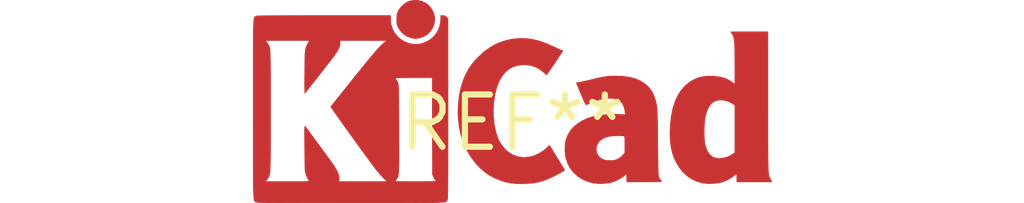
<source format=kicad_pcb>
(kicad_pcb (version 20240108) (generator pcbnew)
  (layers (0 "F.Cu" signal) (31 "B.Cu" signal) (34 "B.Paste" user) (35 "F.Paste" user) (36 "B.SilkS" user "B.Silkscreen") (37 "F.SilkS" user "F.Silkscreen") (38 "B.Mask" user) (39 "F.Mask" user) (44 "Edge.Cuts" user))
  (net 0 "")
  (footprint "KiCad-Logo_5mm_Copper" (layer "F.Cu") (at 0 0)
    (property "Reference" "REF**")
    (property "Value" "KiCad-Logo_5mm_Copper")
    (fp_poly (pts (xy -2.273043 -2.973429) (xy -2.176768 -2.949191) (xy -2.090184 -2.906359) (xy -2.015373 -2.846581) (xy -1.954418 -2.771506) (xy -1.909399 -2.68278) (xy -1.883136 -2.58647) (xy -1.877286 -2.489205) (xy -1.89214 -2.395346) (xy -1.92584 -2.307489) (xy -1.976528 -2.22823) (xy -2.042345 -2.160164) (xy -2.121434 -2.105888) (xy -2.211934 -2.067998) (xy -2.2632 -2.055574) (xy -2.307698 -2.048053) (xy -2.341999 -2.045081) (xy -2.37496 -2.046906) (xy -2.415434 -2.053775) (xy -2.448531 -2.06075) (xy -2.541947 -2.092259) (xy -2.625619 -2.143383) (xy -2.697665 -2.212571) (xy -2.7562 -2.298272) (xy -2.770148 -2.325511) (xy -2.786586 -2.361878) (xy -2.796894 -2.392418) (xy -2.80246 -2.42455) (xy -2.804669 -2.465693) (xy -2.804948 -2.511778) (xy -2.800861 -2.596135) (xy -2.787446 -2.665414) (xy -2.762256 -2.726039) (xy -2.722846 -2.784433) (xy -2.684298 -2.828698) (xy -2.612406 -2.894516) (xy -2.537313 -2.939947) (xy -2.454562 -2.96715) (xy -2.376928 -2.977424) (xy -2.273043 -2.973429)) (layer "F.Cu") (stroke (width 0.01)) (fill solid))
    (fp_poly (pts (xy 0.328429 -2.050929) (xy 0.48857 -2.029755) (xy 0.65251 -1.989615) (xy 0.822313 -1.930111) (xy 1.000043 -1.850846) (xy 1.01131 -1.845301) (xy 1.069005 -1.817275) (xy 1.120552 -1.793198) (xy 1.162191 -1.774751) (xy 1.190162 -1.763614) (xy 1.199733 -1.761067) (xy 1.21895 -1.756059) (xy 1.223561 -1.751853) (xy 1.218458 -1.74142) (xy 1.202418 -1.715132) (xy 1.177288 -1.675743) (xy 1.144914 -1.626009) (xy 1.107143 -1.568685) (xy 1.065822 -1.506524) (xy 1.022798 -1.442282) (xy 0.979917 -1.378715) (xy 0.939026 -1.318575) (xy 0.901971 -1.26462) (xy 0.8706 -1.219603) (xy 0.846759 -1.186279) (xy 0.832294 -1.167403) (xy 0.830309 -1.165213) (xy 0.820191 -1.169862) (xy 0.79785 -1.187038) (xy 0.76728 -1.21356) (xy 0.751536 -1.228036) (xy 0.655047 -1.303318) (xy 0.548336 -1.358759) (xy 0.432832 -1.393859) (xy 0.309962 -1.40812) (xy 0.240561 -1.406949) (xy 0.119423 -1.389788) (xy 0.010205 -1.353906) (xy -0.087418 -1.299041) (xy -0.173772 -1.22493) (xy -0.249185 -1.131312) (xy -0.313982 -1.017924) (xy -0.351399 -0.931333) (xy -0.395252 -0.795634) (xy -0.427572 -0.64815) (xy -0.448443 -0.492686) (xy -0.457949 -0.333044) (xy -0.456173 -0.173027) (xy -0.443197 -0.016439) (xy -0.419106 0.132918) (xy -0.383982 0.27124) (xy -0.337908 0.394724) (xy -0.321627 0.428978) (xy -0.25338 0.543064) (xy -0.172921 0.639557) (xy -0.08143 0.71767) (xy 0.019911 0.776617) (xy 0.12992 0.815612) (xy 0.247415 0.833868) (xy 0.288883 0.835211) (xy 0.410441 0.82429) (xy 0.530878 0.791474) (xy 0.648666 0.737439) (xy 0.762277 0.662865) (xy 0.853685 0.584539) (xy 0.900215 0.540008) (xy 1.081483 0.837271) (xy 1.12658 0.911433) (xy 1.167819 0.979646) (xy 1.203735 1.039459) (xy 1.232866 1.08842) (xy 1.25375 1.124079) (xy 1.264924 1.143984) (xy 1.266375 1.147079) (xy 1.258146 1.156718) (xy 1.232567 1.173999) (xy 1.192873 1.197283) (xy 1.142297 1.224934) (xy 1.084074 1.255315) (xy 1.021437 1.28679) (xy 0.957621 1.317722) (xy 0.89586 1.346473) (xy 0.839388 1.371408) (xy 0.791438 1.390889) (xy 0.767986 1.399318) (xy 0.634221 1.437133) (xy 0.496327 1.462136) (xy 0.348622 1.47514) (xy 0.221833 1.477468) (xy 0.153878 1.476373) (xy 0.088277 1.474275) (xy 0.030847 1.471434) (xy -0.012597 1.468106) (xy -0.026702 1.466422) (xy -0.165716 1.437587) (xy -0.307243 1.392468) (xy -0.444725 1.33375) (xy -0.571606 1.26412) (xy -0.649111 1.211441) (xy -0.776519 1.103239) (xy -0.894822 0.976671) (xy -1.001828 0.834866) (xy -1.095348 0.680951) (xy -1.17319 0.518053) (xy -1.217044 0.400756) (xy -1.267292 0.217128) (xy -1.300791 0.022581) (xy -1.317551 -0.178675) (xy -1.317584 -0.382432) (xy -1.300899 -0.584479) (xy -1.267507 -0.780608) (xy -1.21742 -0.966609) (xy -1.213603 -0.978197) (xy -1.150719 -1.14025) (xy -1.073972 -1.288168) (xy -0.980758 -1.426135) (xy -0.868473 -1.558339) (xy -0.824608 -1.603601) (xy -0.688466 -1.727543) (xy -0.548509 -1.830085) (xy -0.402589 -1.912344) (xy -0.248558 -1.975436) (xy -0.084268 -2.020477) (xy 0.011289 -2.037967) (xy 0.170023 -2.053534) (xy 0.328429 -2.050929)) (layer "F.Cu") (stroke (width 0.01)) (fill solid))
    (fp_poly (pts (xy 6.186507 -0.527755) (xy 6.186526 -0.293338) (xy 6.186552 -0.080397) (xy 6.186625 0.112168) (xy 6.186782 0.285459) (xy 6.187064 0.440576) (xy 6.187509 0.57862) (xy 6.188156 0.700692) (xy 6.189045 0.807894) (xy 6.190213 0.901326) (xy 6.191701 0.98209) (xy 6.193546 1.051286) (xy 6.195789 1.110015) (xy 6.198469 1.159379) (xy 6.201623 1.200478) (xy 6.205292 1.234413) (xy 6.209513 1.262286) (xy 6.214327 1.285198) (xy 6.219773 1.304249) (xy 6.225888 1.32054) (xy 6.232712 1.335173) (xy 6.240285 1.349249) (xy 6.248645 1.363868) (xy 6.253839 1.372974) (xy 6.288104 1.433689) (xy 5.429955 1.433689) (xy 5.429955 1.337733) (xy 5.429224 1.29437) (xy 5.427272 1.261205) (xy 5.424463 1.243424) (xy 5.423221 1.241778) (xy 5.411799 1.248662) (xy 5.389084 1.266505) (xy 5.366385 1.285879) (xy 5.3118 1.326614) (xy 5.242321 1.367617) (xy 5.16527 1.405123) (xy 5.087965 1.435364) (xy 5.057113 1.445012) (xy 4.988616 1.459578) (xy 4.905764 1.469539) (xy 4.816371 1.474583) (xy 4.728248 1.474396) (xy 4.649207 1.468666) (xy 4.611511 1.462858) (xy 4.473414 1.424797) (xy 4.346113 1.367073) (xy 4.230292 1.290211) (xy 4.126637 1.194739) (xy 4.035833 1.081179) (xy 3.969031 0.970381) (xy 3.914164 0.853625) (xy 3.872163 0.734276) (xy 3.842167 0.608283) (xy 3.823311 0.471594) (xy 3.814732 0.320158) (xy 3.814006 0.242711) (xy 3.8161 0.185934) (xy 4.645217 0.185934) (xy 4.645424 0.279002) (xy 4.648337 0.366692) (xy 4.654 0.443772) (xy 4.662455 0.505009) (xy 4.665038 0.51735) (xy 4.69684 0.624633) (xy 4.738498 0.711658) (xy 4.790363 0.778642) (xy 4.852781 0.825805) (xy 4.9261 0.853365) (xy 5.010669 0.861541) (xy 5.106835 0.850551) (xy 5.170311 0.834829) (xy 5.219454 0.816639) (xy 5.273583 0.790791) (xy 5.314244 0.767089) (xy 5.3848 0.720721) (xy 5.3848 -0.42947) (xy 5.317392 -0.473038) (xy 5.238867 -0.51396) (xy 5.154681 -0.540611) (xy 5.069557 -0.552535) (xy 4.988216 -0.549278) (xy 4.91538 -0.530385) (xy 4.883426 -0.514816) (xy 4.825501 -0.471819) (xy 4.776544 -0.415047) (xy 4.73539 -0.342425) (xy 4.700874 -0.251879) (xy 4.671833 -0.141334) (xy 4.670552 -0.135467) (xy 4.660381 -0.073212) (xy 4.652739 0.004594) (xy 4.64767 0.09272) (xy 4.645217 0.185934) (xy 3.8161 0.185934) (xy 3.821857 0.029895) (xy 3.843802 -0.165941) (xy 3.879786 -0.344668) (xy 3.929759 -0.506155) (xy 3.993668 -0.650274) (xy 4.071462 -0.776894) (xy 4.163089 -0.885885) (xy 4.268497 -0.977117) (xy 4.313662 -1.008068) (xy 4.414611 -1.064215) (xy 4.517901 -1.103826) (xy 4.627989 -1.127986) (xy 4.74933 -1.137781) (xy 4.841836 -1.136735) (xy 4.97149 -1.125769) (xy 5.084084 -1.103954) (xy 5.182875 -1.070286) (xy 5.271121 -1.023764) (xy 5.319986 -0.989552) (xy 5.349353 -0.967638) (xy 5.371043 -0.952667) (xy 5.379253 -0.948267) (xy 5.380868 -0.959096) (xy 5.382159 -0.989749) (xy 5.383138 -1.037474) (xy 5.383817 -1.099521) (xy 5.38421 -1.173138) (xy 5.38433 -1.255573) (xy 5.384188 -1.344075) (xy 5.383797 -1.435893) (xy 5.383171 -1.528276) (xy 5.38232 -1.618472) (xy 5.38126 -1.703729) (xy 5.380001 -1.781297) (xy 5.378556 -1.848424) (xy 5.376938 -1.902359) (xy 5.375161 -1.94035) (xy 5.374669 -1.947333) (xy 5.367092 -2.017749) (xy 5.355531 -2.072898) (xy 5.337792 -2.120019) (xy 5.311682 -2.166353) (xy 5.305415 -2.175933) (xy 5.280983 -2.212622) (xy 6.186311 -2.212622) (xy 6.186507 -0.527755)) (layer "F.Cu") (stroke (width 0.01)) (fill solid))
    (fp_poly (pts (xy 2.673574 -1.133448) (xy 2.825492 -1.113433) (xy 2.960756 -1.079798) (xy 3.080239 -1.032275) (xy 3.184815 -0.970595) (xy 3.262424 -0.907035) (xy 3.331265 -0.832901) (xy 3.385006 -0.753129) (xy 3.42791 -0.660909) (xy 3.443384 -0.617839) (xy 3.456244 -0.578858) (xy 3.467446 -0.542711) (xy 3.47712 -0.507566) (xy 3.485396 -0.47159) (xy 3.492403 -0.43295) (xy 3.498272 -0.389815) (xy 3.503131 -0.340351) (xy 3.50711 -0.282727) (xy 3.51034 -0.215109) (xy 3.512949 -0.135666) (xy 3.515067 -0.042564) (xy 3.516824 0.066027) (xy 3.518349 0.191942) (xy 3.519772 0.337012) (xy 3.521025 0.479778) (xy 3.522351 0.635968) (xy 3.523556 0.771239) (xy 3.524766 0.887246) (xy 3.526106 0.985645) (xy 3.5277 1.068093) (xy 3.529675 1.136246) (xy 3.532156 1.19176) (xy 3.535269 1.236292) (xy 3.539138 1.271498) (xy 3.543889 1.299034) (xy 3.549648 1.320556) (xy 3.556539 1.337722) (xy 3.564689 1.352186) (xy 3.574223 1.365606) (xy 3.585266 1.379638) (xy 3.589566 1.385071) (xy 3.605386 1.40791) (xy 3.612422 1.423463) (xy 3.612444 1.423922) (xy 3.601567 1.426121) (xy 3.570582 1.428147) (xy 3.521957 1.429942) (xy 3.458163 1.431451) (xy 3.381669 1.432616) (xy 3.294944 1.43338) (xy 3.200457 1.433686) (xy 3.18955 1.433689) (xy 2.766657 1.433689) (xy 2.763395 1.337622) (xy 2.760133 1.241556) (xy 2.698044 1.292543) (xy 2.600714 1.360057) (xy 2.490813 1.414749) (xy 2.404349 1.444978) (xy 2.335278 1.459666) (xy 2.251925 1.469659) (xy 2.162159 1.474646) (xy 2.073845 1.474313) (xy 1.994851 1.468351) (xy 1.958622 1.462638) (xy 1.818603 1.424776) (xy 1.692178 1.369932) (xy 1.58026 1.298924) (xy 1.483762 1.212568) (xy 1.4036 1.111679) (xy 1.340687 0.997076) (xy 1.296312 0.870984) (xy 1.283978 0.814401) (xy 1.276368 0.752202) (xy 1.272739 0.677363) (xy 1.272245 0.643467) (xy 1.27231 0.640282) (xy 2.032248 0.640282) (xy 2.041541 0.715333) (xy 2.069728 0.77916) (xy 2.118197 0.834798) (xy 2.123254 0.839211) (xy 2.171548 0.874037) (xy 2.223257 0.89662) (xy 2.283989 0.90854) (xy 2.359352 0.911383) (xy 2.377459 0.910978) (xy 2.431278 0.908325) (xy 2.471308 0.902909) (xy 2.506324 0.892745) (xy 2.545103 0.87585) (xy 2.555745 0.870672) (xy 2.616396 0.834844) (xy 2.663215 0.792212) (xy 2.675952 0.776973) (xy 2.720622 0.720462) (xy 2.720622 0.524586) (xy 2.720086 0.445939) (xy 2.718396 0.387988) (xy 2.715428 0.348875) (xy 2.711057 0.326741) (xy 2.706972 0.320274) (xy 2.691047 0.317111) (xy 2.657264 0.314488) (xy 2.61034 0.312655) (xy 2.554993 0.311857) (xy 2.546106 0.311842) (xy 2.42533 0.317096) (xy 2.32266 0.333263) (xy 2.236106 0.360961) (xy 2.163681 0.400808) (xy 2.108751 0.447758) (xy 2.064204 0.505645) (xy 2.03948 0.568693) (xy 2.032248 0.640282) (xy 1.27231 0.640282) (xy 1.274178 0.549712) (xy 1.282522 0.470812) (xy 1.298768 0.39959) (xy 1.324405 0.328864) (xy 1.348401 0.276493) (xy 1.40702 0.181196) (xy 1.485117 0.09317) (xy 1.580315 0.014017) (xy 1.690238 -0.05466) (xy 1.81251 -0.111259) (xy 1.944755 -0.154179) (xy 2.009422 -0.169118) (xy 2.145604 -0.191223) (xy 2.294049 -0.205806) (xy 2.445505 -0.212187) (xy 2.572064 -0.210555) (xy 2.73395 -0.203776) (xy 2.72653 -0.262755) (xy 2.707238 -0.361908) (xy 2.676104 -0.442628) (xy 2.632269 -0.505534) (xy 2.574871 -0.551244) (xy 2.503048 -0.580378) (xy 2.415941 -0.593553) (xy 2.312686 -0.591389) (xy 2.274711 -0.587388) (xy 2.13352 -0.56222) (xy 1.996707 -0.521186) (xy 1.902178 -0.483185) (xy 1.857018 -0.46381) (xy 1.818585 -0.44824) (xy 1.792234 -0.438595) (xy 1.784546 -0.436548) (xy 1.774802 -0.445626) (xy 1.758083 -0.474595) (xy 1.734232 -0.523783) (xy 1.703093 -0.593516) (xy 1.664507 -0.684121) (xy 1.65791 -0.699911) (xy 1.627853 -0.772228) (xy 1.600874 -0.837575) (xy 1.578136 -0.893094) (xy 1.560806 -0.935928) (xy 1.550048 -0.963219) (xy 1.546941 -0.972058) (xy 1.55694 -0.976813) (xy 1.583217 -0.98209) (xy 1.611489 -0.985769) (xy 1.641646 -0.990526) (xy 1.689433 -0.999972) (xy 1.750612 -1.01318) (xy 1.820946 -1.029224) (xy 1.896194 -1.04718) (xy 1.924755 -1.054203) (xy 2.029816 -1.079791) (xy 2.11748 -1.099853) (xy 2.192068 -1.115031) (xy 2.257903 -1.125965) (xy 2.319307 -1.133296) (xy 2.380602 -1.137665) (xy 2.44611 -1.139713) (xy 2.504128 -1.140111) (xy 2.673574 -1.133448)) (layer "F.Cu") (stroke (width 0.01)) (fill solid))
    (fp_poly (pts (xy -2.9464 -2.510946) (xy -2.935535 -2.397007) (xy -2.903918 -2.289384) (xy -2.853015 -2.190385) (xy -2.784293 -2.102316) (xy -2.699219 -2.027484) (xy -2.602232 -1.969616) (xy -2.495964 -1.929995) (xy -2.38895 -1.911427) (xy -2.2833 -1.912566) (xy -2.181125 -1.93207) (xy -2.084534 -1.968594) (xy -1.995638 -2.020795) (xy -1.916546 -2.087327) (xy -1.849369 -2.166848) (xy -1.796217 -2.258013) (xy -1.759199 -2.359477) (xy -1.740427 -2.469898) (xy -1.738489 -2.519794) (xy -1.738489 -2.607733) (xy -1.68656 -2.607733) (xy -1.650253 -2.604889) (xy -1.623355 -2.593089) (xy -1.596249 -2.569351) (xy -1.557867 -2.530969) (xy -1.557867 -0.339398) (xy -1.557876 -0.077261) (xy -1.557908 0.163241) (xy -1.557972 0.383048) (xy -1.558076 0.583101) (xy -1.558227 0.764344) (xy -1.558434 0.927716) (xy -1.558706 1.07416) (xy -1.55905 1.204617) (xy -1.559474 1.320029) (xy -1.559987 1.421338) (xy -1.560597 1.509484) (xy -1.561312 1.58541) (xy -1.56214 1.650057) (xy -1.563089 1.704367) (xy -1.564167 1.74928) (xy -1.565383 1.78574) (xy -1.566745 1.814687) (xy -1.568261 1.837063) (xy -1.569938 1.853809) (xy -1.571786 1.865868) (xy -1.573813 1.87418) (xy -1.576025 1.879687) (xy -1.577108 1.881537) (xy -1.581271 1.888549) (xy -1.584805 1.894996) (xy -1.588635 1.9009) (xy -1.593682 1.906286) (xy -1.600871 1.911178) (xy -1.611123 1.915598) (xy -1.625364 1.919572) (xy -1.644514 1.923121) (xy -1.669499 1.92627) (xy -1.70124 1.929042) (xy -1.740662 1.931461) (xy -1.788686 1.933551) (xy -1.846237 1.935335) (xy -1.914237 1.936837) (xy -1.99361 1.93808) (xy -2.085279 1.939089) (xy -2.190166 1.939885) (xy -2.309196 1.940494) (xy -2.44329 1.940939) (xy -2.593373 1.941243) (xy -2.760367 1.94143) (xy -2.945196 1.941524) (xy -3.148783 1.941548) (xy -3.37205 1.941525) (xy -3.615922 1.94148) (xy -3.881321 1.941437) (xy -3.919704 1.941432) (xy -4.186682 1.941389) (xy -4.432002 1.941318) (xy -4.656583 1.941213) (xy -4.861345 1.941066) (xy -5.047206 1.940869) (xy -5.215088 1.940616) (xy -5.365908 1.9403) (xy -5.500587 1.939913) (xy -5.620044 1.939447) (xy -5.725199 1.938897) (xy -5.816971 1.938253) (xy -5.896279 1.937511) (xy -5.964043 1.936661) (xy -6.021182 1.935697) (xy -6.068617 1.934611) (xy -6.107266 1.933397) (xy -6.138049 1.932047) (xy -6.161885 1.930555) (xy -6.179694 1.928911) (xy -6.192395 1.927111) (xy -6.200908 1.925145) (xy -6.205266 1.923477) (xy -6.213728 1.919906) (xy -6.221497 1.91727) (xy -6.228602 1.914634) (xy -6.235073 1.911062) (xy -6.240939 1.905621) (xy -6.246229 1.897375) (xy -6.250974 1.88539) (xy -6.255202 1.868731) (xy -6.258943 1.846463) (xy -6.262227 1.817652) (xy -6.265083 1.781363) (xy -6.26754 1.736661) (xy -6.269629 1.682611) (xy -6.271378 1.618279) (xy -6.272817 1.54273) (xy -6.273976 1.45503) (xy -6.274883 1.354243) (xy -6.275569 1.239434) (xy -6.276063 1.10967) (xy -6.276395 0.964015) (xy -6.276593 0.801535) (xy -6.276687 0.621295) (xy -6.276708 0.42236) (xy -6.276685 0.203796) (xy -6.276646 -0.035332) (xy -6.276622 -0.29596) (xy -6.276622 -0.338111) (xy -6.276636 -0.601008) (xy -6.276661 -0.842268) (xy -6.276671 -1.062835) (xy -6.276642 -1.263648) (xy -6.276548 -1.445651) (xy -6.276362 -1.609784) (xy -6.276059 -1.756989) (xy -6.275614 -1.888208) (xy -6.275034 -1.998133) (xy -5.972197 -1.998133) (xy -5.932407 -1.940289) (xy -5.921236 -1.924521) (xy -5.911166 -1.910559) (xy -5.902138 -1.897216) (xy -5.894097 -1.883307) (xy -5.886986 -1.867644) (xy -5.880747 -1.849042) (xy -5.875325 -1.826314) (xy -5.870662 -1.798273) (xy -5.866701 -1.763733) (xy -5.863385 -1.721508) (xy -5.860659 -1.670411) (xy -5.858464 -1.609256) (xy -5.856745 -1.536856) (xy -5.855444 -1.452025) (xy -5.854505 -1.353578) (xy -5.85387 -1.240326) (xy -5.853484 -1.111084) (xy -5.853288 -0.964666) (xy -5.853227 -0.799884) (xy -5.853243 -0.615553) (xy -5.85328 -0.410487) (xy -5.853289 -0.287867) (xy -5.853265 -0.070918) (xy -5.853231 0.124642) (xy -5.853243 0.299999) (xy -5.853358 0.456341) (xy -5.85363 0.594857) (xy -5.854118 0.716734) (xy -5.854876 0.82316) (xy -5.855962 0.915322) (xy -5.857431 0.994409) (xy -5.85934 1.061608) (xy -5.861744 1.118107) (xy -5.864701 1.165093) (xy -5.868266 1.203755) (xy -5.872495 1.23528) (xy -5.877446 1.260855) (xy -5.883173 1.28167) (xy -5.889733 1.298911) (xy -5.897183 1.313765) (xy -5.905579 1.327422) (xy -5.914976 1.341069) (xy -5.925432 1.355893) (xy -5.931523 1.364783) (xy -5.970296 1.4224) (xy -5.438732 1.4224) (xy -5.315483 1.422365) (xy -5.212987 1.422215) (xy -5.12942 1.421878) (xy -5.062956 1.421286) (xy -5.011771 1.420367) (xy -4.974041 1.419051) (xy -4.94794 1.417269) (xy -4.931644 1.414951) (xy -4.923328 1.412026) (xy -4.921168 1.408424) (xy -4.923339 1.404075) (xy -4.924535 1.402645) (xy -4.949685 1.365573) (xy -4.975583 1.312772) (xy -4.999192 1.25077) (xy -5.007461 1.224357) (xy -5.012078 1.206416) (xy -5.015979 1.185355) (xy -5.019248 1.159089) (xy -5.021966 1.125532) (xy -5.024215 1.082599) (xy -5.026077 1.028204) (xy -5.027636 0.960262) (xy -5.028972 0.876688) (xy -5.030169 0.775395) (xy -5.031308 0.6543) (xy -5.031685 0.6096) (xy -5.032702 0.484449) (xy -5.03346 0.380082) (xy -5.033903 0.294707) (xy -5.03397 0.226533) (xy -5.033605 0.173765) (xy -5.032748 0.134614) (xy -5.031341 0.107285) (xy -5.029325 0.089986) (xy -5.026643 0.080926) (xy -5.023236 0.078312) (xy -5.019044 0.080351) (xy -5.014571 0.084667) (xy -5.004216 0.097602) (xy -4.982158 0.126676) (xy -4.949957 0.169759) (xy -4.909174 0.224718) (xy -4.86137 0.289423) (xy -4.808105 0.361742) (xy -4.75094 0.439544) (xy -4.691437 0.520698) (xy -4.631155 0.603072) (xy -4.571655 0.684536) (xy -4.514498 0.762957) (xy -4.461245 0.836204) (xy -4.413457 0.902147) (xy -4.372693 0.958654) (xy -4.340516 1.003593) (xy -4.318485 1.034834) (xy -4.313917 1.041466) (xy -4.290996 1.078369) (xy -4.264188 1.126359) (xy -4.238789 1.175897) (xy -4.235568 1.182577) (xy -4.21389 1.230772) (xy -4.201304 1.268334) (xy -4.195574 1.30416) (xy -4.194456 1.3462) (xy -4.19509 1.4224) (xy -3.040651 1.4224) (xy -3.131815 1.328669) (xy -3.178612 1.278775) (xy -3.228899 1.222295) (xy -3.274944 1.168026) (xy -3.295369 1.142673) (xy -3.325807 1.103128) (xy -3.365862 1.049916) (xy -3.414361 0.984667) (xy -3.470135 0.909011) (xy -3.532011 0.824577) (xy -3.598819 0.732994) (xy -3.669387 0.635892) (xy -3.742545 0.534901) (xy -3.817121 0.43165) (xy -3.891944 0.327768) (xy -3.965843 0.224885) (xy -4.037646 0.124631) (xy -4.106184 0.028636) (xy -4.170284 -0.061473) (xy -4.228775 -0.144064) (xy -4.280486 -0.217508) (xy -4.324247 -0.280176) (xy -4.358885 -0.330439) (xy -4.38323 -0.366666) (xy -4.396111 -0.387229) (xy -4.397869 -0.391332) (xy -4.38991 -0.402658) (xy -4.369115 -0.429838) (xy -4.336847 -0.471171) (xy -4.29447 -0.524956) (xy -4.243347 -0.589494) (xy -4.184841 -0.663082) (xy -4.120314 -0.744022) (xy -4.051131 -0.830612) (xy -3.978653 -0.921152) (xy -3.904246 -1.01394) (xy -3.844517 -1.088298) (xy -2.833511 -1.088298) (xy -2.827602 -1.075341) (xy -2.813272 -1.053092) (xy -2.812225 -1.051609) (xy -2.793438 -1.021456) (xy -2.773791 -0.984625) (xy -2.769892 -0.976489) (xy -2.766356 -0.96806) (xy -2.76323 -0.957941) (xy -2.760486 -0.94474) (xy -2.758092 -0.927062) (xy -2.756019 -0.903516) (xy -2.754235 -0.872707) (xy -2.752712 -0.833243) (xy -2.751419 -0.783731) (xy -2.750326 -0.722777) (xy -2.749403 -0.648989) (xy -2.748619 -0.560972) (xy -2.747945 -0.457335) (xy -2.74735 -0.336684) (xy -2.746805 -0.197626) (xy -2.746279 -0.038768) (xy -2.745745 0.140089) (xy -2.745206 0.325207) (xy -2.744772 0.489145) (xy -2.744509 0.633303) (xy -2.744484 0.759079) (xy -2.744765 0.867871) (xy -2.745419 0.961077) (xy -2.746514 1.040097) (xy -2.748118 1.106328) (xy -2.750297 1.16117) (xy -2.753119 1.206021) (xy -2.756651 1.242278) (xy -2.760961 1.271341) (xy -2.766117 1.294609) (xy -2.772185 1.313479) (xy -2.779233 1.329351) (xy -2.787329 1.343622) (xy -2.79654 1.357691) (xy -2.80504 1.370158) (xy -2.822176 1.396452) (xy -2.832322 1.414037) (xy -2.833511 1.417257) (xy -2.822604 1.418334) (xy -2.791411 1.419335) (xy -2.742223 1.420235) (xy -2.677333 1.42101) (xy -2.59903 1.421637) (xy -2.509607 1.422091) (xy -2.411356 1.422349) (xy -2.342445 1.4224) (xy -2.237452 1.42218) (xy -2.14061 1.421548) (xy -2.054107 1.420549) (xy -1.980132 1.419227) (xy -1.920874 1.417626) (xy -1.87852 1.415791) (xy -1.85526 1.413765) (xy -1.851378 1.412493) (xy -1.859076 1.397591) (xy -1.867074 1.38956) (xy -1.880246 1.372434) (xy -1.897485 1.342183) (xy -1.909407 1.317622) (xy -1.936045 1.258711) (xy -1.93912 0.081845) (xy -1.942195 -1.095022) (xy -2.387853 -1.095022) (xy -2.48567 -1.094858) (xy -2.576064 -1.094389) (xy -2.65663 -1.093653) (xy -2.724962 -1.092684) (xy -2.778656 -1.09152) (xy -2.815305 -1.090197) (xy -2.832504 -1.088751) (xy -2.833511 -1.088298) (xy -3.844517 -1.088298) (xy -3.82927 -1.107278) (xy -3.75509 -1.199463) (xy -3.683069 -1.288796) (xy -3.614569 -1.373576) (xy -3.550955 -1.452102) (xy -3.493588 -1.522674) (xy -3.443833 -1.583591) (xy -3.403052 -1.633153) (xy -3.385888 -1.653822) (xy -3.299596 -1.754484) (xy -3.222997 -1.837741) (xy -3.154183 -1.905562) (xy -3.091248 -1.959911) (xy -3.081867 -1.967278) (xy -3.042356 -1.997883) (xy -4.174116 -1.998133) (xy -4.168827 -1.950156) (xy -4.17213 -1.892812) (xy -4.193661 -1.824537) (xy -4.233635 -1.744788) (xy -4.278943 -1.672505) (xy -4.295161 -1.64986) (xy -4.323214 -1.612304) (xy -4.36143 -1.561979) (xy -4.408137 -1.501027) (xy -4.461661 -1.431589) (xy -4.520331 -1.355806) (xy -4.582475 -1.27582) (xy -4.646421 -1.193772) (xy -4.710495 -1.111804) (xy -4.773027 -1.032057) (xy -4.832343 -0.956673) (xy -4.886771 -0.887793) (xy -4.934639 -0.827558) (xy -4.974275 -0.778111) (xy -5.004006 -0.741592) (xy -5.022161 -0.720142) (xy -5.02522 -0.716844) (xy -5.028079 -0.724851) (xy -5.030293 -0.755145) (xy -5.031857 -0.807444) (xy -5.032767 -0.881469) (xy -5.03302 -0.976937) (xy -5.032613 -1.093566) (xy -5.031704 -1.213555) (xy -5.030382 -1.345667) (xy -5.028857 -1.457406) (xy -5.026881 -1.550975) (xy -5.024206 -1.628581) (xy -5.020582 -1.692426) (xy -5.015761 -1.744717) (xy -5.009494 -1.787656) (xy -5.001532 -1.823449) (xy -4.991627 -1.8543) (xy -4.979531 -1.882414) (xy -4.964993 -1.909995) (xy -4.950311 -1.935034) (xy -4.912314 -1.998133) (xy -5.972197 -1.998133) (xy -6.275034 -1.998133) (xy -6.275001 -2.004383) (xy -6.274195 -2.106456) (xy -6.27317 -2.195367) (xy -6.2719 -2.272059) (xy -6.27036 -2.337473) (xy -6.268524 -2.392551) (xy -6.266367 -2.438235) (xy -6.263863 -2.475466) (xy -6.260987 -2.505187) (xy -6.257713 -2.528338) (xy -6.254015 -2.545861) (xy -6.249869 -2.558699) (xy -6.245247 -2.567792) (xy -6.240126 -2.574082) (xy -6.234478 -2.578512) (xy -6.228279 -2.582022) (xy -6.221504 -2.585555) (xy -6.215508 -2.589124) (xy -6.210275 -2.5917) (xy -6.202099 -2.594028) (xy -6.189886 -2.596122) (xy -6.172541 -2.597993) (xy -6.148969 -2.599653) (xy -6.118077 -2.601116) (xy -6.078768 -2.602392) (xy -6.02995 -2.603496) (xy -5.970527 -2.604439) (xy -5.899404 -2.605233) (xy -5.815488 -2.605891) (xy -5.717683 -2.606425) (xy -5.604894 -2.606847) (xy -5.476029 -2.607171) (xy -5.329991 -2.607408) (xy -5.165686 -2.60757) (xy -4.98202 -2.60767) (xy -4.777897 -2.60772) (xy -4.566753 -2.607733) (xy -2.9464 -2.607733) (xy -2.9464 -2.510946)) (layer "F.Cu") (stroke (width 0.01)) (fill solid))
  )
)
</source>
